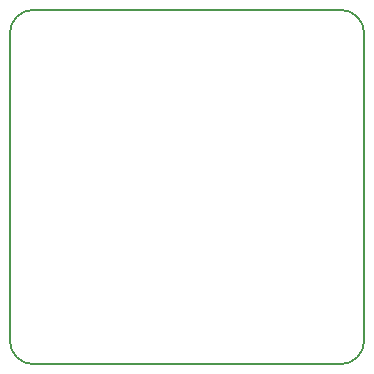
<source format=gbr>
G04 #@! TF.GenerationSoftware,KiCad,Pcbnew,(5.1.5)-3*
G04 #@! TF.CreationDate,2020-07-05T00:24:43+03:00*
G04 #@! TF.ProjectId,body_temp,626f6479-5f74-4656-9d70-2e6b69636164,rev?*
G04 #@! TF.SameCoordinates,Original*
G04 #@! TF.FileFunction,Profile,NP*
%FSLAX46Y46*%
G04 Gerber Fmt 4.6, Leading zero omitted, Abs format (unit mm)*
G04 Created by KiCad (PCBNEW (5.1.5)-3) date 2020-07-05 00:24:43*
%MOMM*%
%LPD*%
G04 APERTURE LIST*
%ADD10C,0.150000*%
G04 APERTURE END LIST*
D10*
X46000000Y-43000000D02*
G75*
G02X44000000Y-45000000I-2000000J0D01*
G01*
X18000000Y-45000000D02*
G75*
G02X16000000Y-43000000I0J2000000D01*
G01*
X44000000Y-15000000D02*
G75*
G02X46000000Y-17000000I0J-2000000D01*
G01*
X16000000Y-17000000D02*
G75*
G02X18000000Y-15000000I2000000J0D01*
G01*
X16000000Y-43000000D02*
X16000000Y-17000000D01*
X44000000Y-45000000D02*
X18000000Y-45000000D01*
X46000000Y-17000000D02*
X46000000Y-43000000D01*
X18000000Y-15000000D02*
X44000000Y-15000000D01*
M02*

</source>
